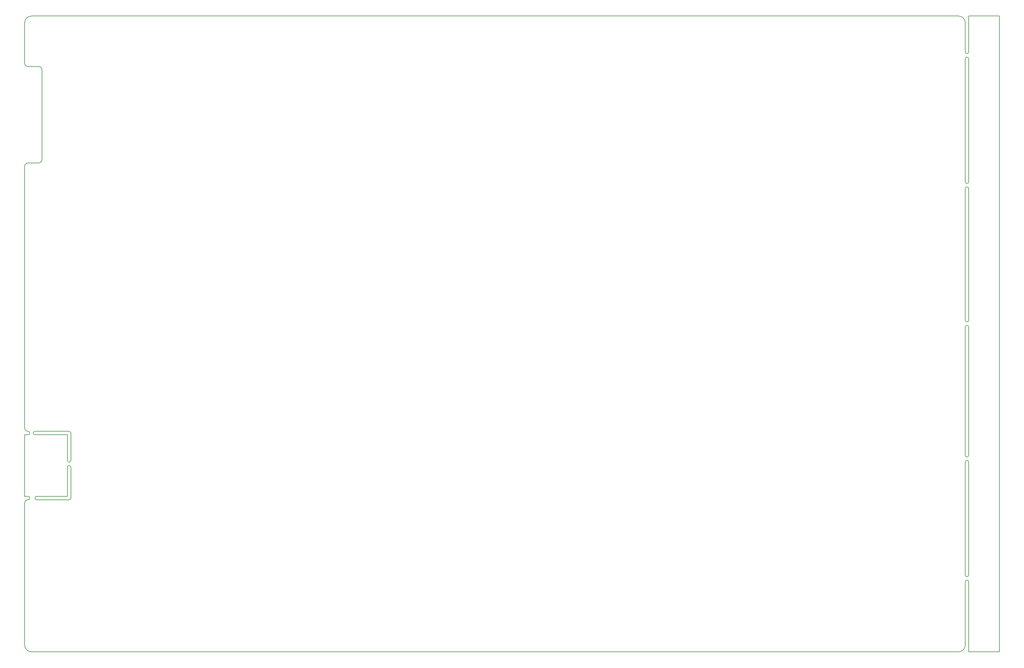
<source format=gm1>
G04 #@! TF.GenerationSoftware,KiCad,Pcbnew,no-vcs-found-7399~56~ubuntu14.04.1*
G04 #@! TF.CreationDate,2016-12-16T11:12:47+09:00*
G04 #@! TF.ProjectId,dotmatrix_64x48,646F746D61747269785F36347834382E,rev?*
G04 #@! TF.FileFunction,Profile,NP*
%FSLAX46Y46*%
G04 Gerber Fmt 4.6, Leading zero omitted, Abs format (unit mm)*
G04 Created by KiCad (PCBNEW no-vcs-found-7399~56~ubuntu14.04.1) date Fri Dec 16 11:12:47 2016*
%MOMM*%
%LPD*%
G01*
G04 APERTURE LIST*
%ADD10C,0.100000*%
%ADD11C,0.150000*%
G04 APERTURE END LIST*
D10*
D11*
X288000000Y-12000000D02*
X288000000Y-22500000D01*
X297000000Y-12000000D02*
X288000000Y-12000000D01*
X24500000Y-134500000D02*
X24500000Y-142000000D01*
X25500000Y-142000000D02*
X25500000Y-134000000D01*
X13000000Y-152500000D02*
X12000000Y-152500000D01*
X24500000Y-134500000D02*
X15000000Y-134500000D01*
X15000000Y-133500000D02*
X25000000Y-133500000D01*
X25500000Y-144000000D02*
G75*
G03X24500000Y-144000000I-500000J0D01*
G01*
X24500000Y-142000000D02*
G75*
G03X25500000Y-142000000I500000J0D01*
G01*
X15000000Y-133500000D02*
G75*
G03X15000000Y-134500000I0J-500000D01*
G01*
X13000000Y-134500000D02*
G75*
G03X13000000Y-133500000I0J500000D01*
G01*
X15500000Y-152500000D02*
G75*
G03X15500000Y-153500000I0J-500000D01*
G01*
X13000000Y-153500000D02*
G75*
G03X13000000Y-152500000I0J500000D01*
G01*
X12000000Y-154500000D02*
X12000000Y-196000000D01*
X12000000Y-134500000D02*
X12000000Y-152500000D01*
X13000000Y-134500000D02*
X12000000Y-134500000D01*
X24500000Y-152500000D02*
X15500000Y-152500000D01*
X24500000Y-144000000D02*
X24500000Y-152500000D01*
X12000000Y-132500000D02*
G75*
G03X13000000Y-133500000I1000000J0D01*
G01*
X13000000Y-133500000D02*
X13000000Y-133500000D01*
X25500000Y-153000000D02*
X25500000Y-144000000D01*
X15500000Y-153500000D02*
X25000000Y-153500000D01*
X13000000Y-153500000D02*
G75*
G03X12000000Y-154500000I0J-1000000D01*
G01*
X25000000Y-153500000D02*
G75*
G03X25500000Y-153000000I0J500000D01*
G01*
X25500000Y-134000000D02*
G75*
G03X25000000Y-133500000I-500000J0D01*
G01*
X297000000Y-59000000D02*
X297000000Y-12000000D01*
X288000000Y-59000000D02*
X288000000Y-60500000D01*
X12000000Y-25800000D02*
G75*
G03X13000000Y-26800000I1000000J0D01*
G01*
X16100000Y-26800000D02*
X13000000Y-26800000D01*
X17100000Y-27800000D02*
G75*
G03X16100000Y-26800000I-1000000J0D01*
G01*
X12000000Y-14000000D02*
X12000000Y-25800000D01*
X17100000Y-54000000D02*
X17100000Y-27800000D01*
X13000000Y-55000000D02*
X16100000Y-55000000D01*
X16100000Y-55000000D02*
G75*
G03X17100000Y-54000000I0J1000000D01*
G01*
X13000000Y-55000000D02*
G75*
G03X12000000Y-56000000I0J-1000000D01*
G01*
X14000000Y-12000000D02*
G75*
G03X12000000Y-14000000I0J-2000000D01*
G01*
X12000000Y-196000000D02*
G75*
G03X14000000Y-198000000I2000000J0D01*
G01*
X285000000Y-198000000D02*
G75*
G03X287000000Y-196000000I0J2000000D01*
G01*
X287000000Y-14000000D02*
G75*
G03X285000000Y-12000000I-2000000J0D01*
G01*
X297000000Y-198000000D02*
X297000000Y-59000000D01*
X287000000Y-175500000D02*
X287000000Y-142500000D01*
X288000000Y-142500000D02*
X288000000Y-175500000D01*
X287000000Y-140500000D02*
X287000000Y-103000000D01*
X288000000Y-103000000D02*
X288000000Y-140500000D01*
X287000000Y-101000000D02*
X287000000Y-62500000D01*
X288000000Y-62500000D02*
X288000000Y-101000000D01*
X288000000Y-59000000D02*
X288000000Y-24500000D01*
X287000000Y-24500000D02*
X287000000Y-60500000D01*
X288000000Y-142500000D02*
G75*
G03X287000000Y-142500000I-500000J0D01*
G01*
X287000000Y-140500000D02*
G75*
G03X288000000Y-140500000I500000J0D01*
G01*
X288000000Y-62500000D02*
G75*
G03X287000000Y-62500000I-500000J0D01*
G01*
X287000000Y-60500000D02*
G75*
G03X288000000Y-60500000I500000J0D01*
G01*
X287000000Y-177500000D02*
X287000000Y-196000000D01*
X287000000Y-14000000D02*
X287000000Y-22500000D01*
X288000000Y-198000000D02*
X288000000Y-177500000D01*
X297000000Y-198000000D02*
X288000000Y-198000000D01*
X288000000Y-177500000D02*
G75*
G03X287000000Y-177500000I-500000J0D01*
G01*
X287000000Y-175500000D02*
G75*
G03X288000000Y-175500000I500000J0D01*
G01*
X288000000Y-103000000D02*
G75*
G03X287000000Y-103000000I-500000J0D01*
G01*
X287000000Y-101000000D02*
G75*
G03X288000000Y-101000000I500000J0D01*
G01*
X287000000Y-22500000D02*
G75*
G03X288000000Y-22500000I500000J0D01*
G01*
X288000000Y-24500000D02*
G75*
G03X287000000Y-24500000I-500000J0D01*
G01*
X12000000Y-132500000D02*
X12000000Y-56000000D01*
X285000000Y-198000000D02*
X14000000Y-198000000D01*
X14000000Y-12000000D02*
X285000000Y-12000000D01*
M02*

</source>
